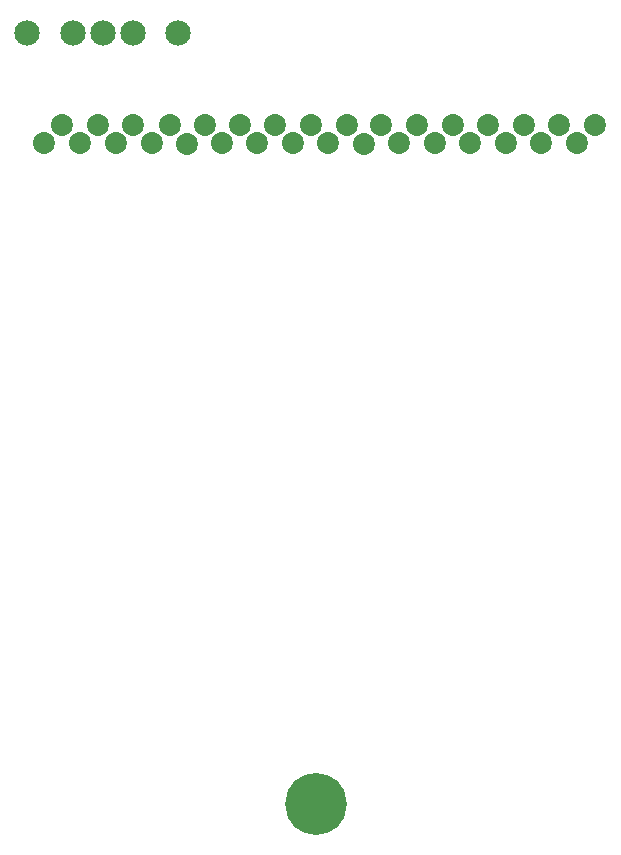
<source format=gbr>
%TF.GenerationSoftware,KiCad,Pcbnew,(6.0.2)*%
%TF.CreationDate,2022-09-16T18:12:16-05:00*%
%TF.ProjectId,REF1347,52454631-3334-4372-9e6b-696361645f70,rev?*%
%TF.SameCoordinates,Original*%
%TF.FileFunction,Soldermask,Bot*%
%TF.FilePolarity,Negative*%
%FSLAX46Y46*%
G04 Gerber Fmt 4.6, Leading zero omitted, Abs format (unit mm)*
G04 Created by KiCad (PCBNEW (6.0.2)) date 2022-09-16 18:12:16*
%MOMM*%
%LPD*%
G01*
G04 APERTURE LIST*
%ADD10C,5.240000*%
%ADD11C,1.860000*%
%ADD12C,2.140000*%
G04 APERTURE END LIST*
D10*
%TO.C,REF\u002A\u002A*%
X149429000Y-131234000D03*
%TD*%
D11*
%TO.C,J2*%
X173045000Y-73768000D03*
X171498500Y-75276000D03*
X170030100Y-73767900D03*
X168482000Y-75274000D03*
X167012000Y-73768000D03*
X165466000Y-75276000D03*
X163997600Y-73767900D03*
X162448000Y-75275000D03*
X161022000Y-73769000D03*
X159473200Y-75276000D03*
X157965100Y-73767900D03*
X156413000Y-75276000D03*
X154948800Y-73767900D03*
X153450000Y-75352000D03*
X152013000Y-73767000D03*
X150462000Y-75277000D03*
X148992000Y-73768000D03*
X147447000Y-75275000D03*
X145978000Y-73769000D03*
X144430000Y-75277000D03*
X142962000Y-73767000D03*
X141417000Y-75275000D03*
X139984000Y-73766000D03*
X138481000Y-75361000D03*
X137049000Y-73771000D03*
X135498000Y-75274000D03*
X133953000Y-73769000D03*
X132446000Y-75276000D03*
X130939000Y-73769000D03*
X129432000Y-75284000D03*
X127917000Y-73769000D03*
X126413500Y-75276000D03*
%TD*%
D12*
%TO.C,J3*%
X128824000Y-65999000D03*
X131368000Y-66000000D03*
X133909000Y-65998000D03*
X124984000Y-66008000D03*
X137756000Y-66005000D03*
%TD*%
M02*

</source>
